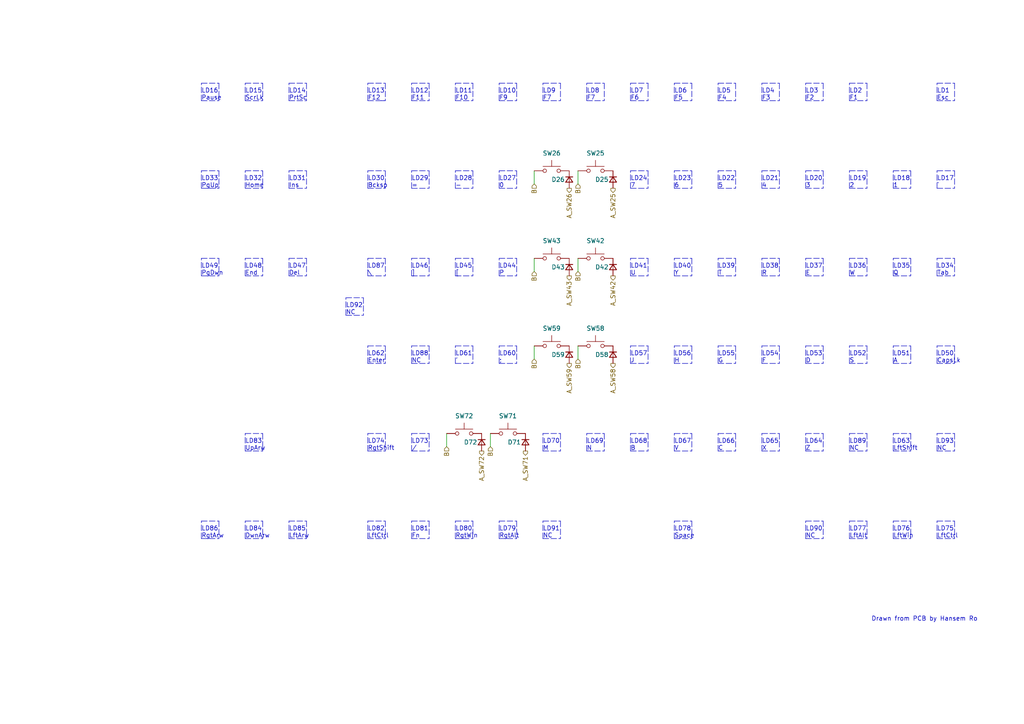
<source format=kicad_sch>
(kicad_sch (version 20211123) (generator eeschema)
  (paper "A4")
  (lib_symbols
    (symbol "Device:D_Small" (pin_numbers hide) (pin_names (offset 0.254) hide)
      (property "Reference" "D" (at -1.27 2.032 0))
      (property "Value" "D_Small" (at -3.81 -2.032 0))
      (symbol "D_Small_0_1"
        (polyline (pts (xy -0.762 -1.016) (xy -0.762 1.016)) (stroke (width 0.254)))
        (polyline (pts (xy -0.762 0) (xy 0.762 0)))
        (polyline (pts (xy 0.762 -1.016) (xy -0.762 0) (xy 0.762 1.016) (xy 0.762 -1.016)) (stroke (width 0.254)))
      )
      (symbol "D_Small_1_1"
        (pin passive line (at -2.54 0 0) (length 1.778) (name "K") (number "1"))
        (pin passive line (at 2.54 0 180) (length 1.778) (name "A") (number "2"))
      )
    )
    (symbol "Switch:SW_Push" (pin_numbers hide) (pin_names (offset 1.016) hide)
      (property "Reference" "SW" (at 1.27 2.54 0))
      (property "Value" "SW_Push" (at 0 -1.524 0))
      (symbol "SW_Push_0_1"
        (circle (center -2.032 0) (radius 0.508))
        (polyline (pts (xy 0 1.27) (xy 0 3.048)))
        (polyline (pts (xy 2.54 1.27) (xy -2.54 1.27)))
        (circle (center 2.032 0) (radius 0.508))
        (pin passive line (at -5.08 0 0) (length 2.54) (name "1") (number "1"))
        (pin passive line (at 5.08 0 180) (length 2.54) (name "2") (number "2"))
      )
    )
  )
  (polyline (pts (xy 226.06 125.73) (xy 226.06 130.81)))
  (polyline (pts (xy 119.38 156.21) (xy 124.46 156.21)))
  (polyline (pts (xy 276.86 151.13) (xy 276.86 156.21)))
  (polyline (pts (xy 271.78 151.13) (xy 276.86 151.13)))
  (polyline (pts (xy 259.08 49.53) (xy 264.16 49.53)))
  (polyline (pts (xy 220.98 24.13) (xy 226.06 24.13)))
  (polyline (pts (xy 226.06 49.53) (xy 226.06 54.61)))
  (polyline (pts (xy 187.96 100.33) (xy 187.96 105.41)))
  (polyline (pts (xy 271.78 80.01) (xy 276.86 80.01)))
  (polyline (pts (xy 157.48 151.13) (xy 162.56 151.13)))
  (polyline (pts (xy 83.82 54.61) (xy 83.82 49.53)))
  (polyline (pts (xy 170.18 130.81) (xy 175.26 130.81)))
  (polyline (pts (xy 259.08 105.41) (xy 264.16 105.41)))
  (polyline (pts (xy 264.16 151.13) (xy 264.16 156.21)))
  (polyline (pts (xy 106.68 125.73) (xy 111.76 125.73)))
  (polyline (pts (xy 233.68 54.61) (xy 238.76 54.61)))
  (polyline (pts (xy 119.38 80.01) (xy 124.46 80.01)))
  (polyline (pts (xy 259.08 80.01) (xy 264.16 80.01)))
  (polyline (pts (xy 271.78 80.01) (xy 271.78 74.93)))
  (polyline (pts (xy 106.68 105.41) (xy 111.76 105.41)))
  (polyline (pts (xy 132.08 100.33) (xy 137.16 100.33)))
  (polyline (pts (xy 195.58 125.73) (xy 200.66 125.73)))
  (polyline (pts (xy 200.66 49.53) (xy 200.66 54.61)))
  (polyline (pts (xy 137.16 24.13) (xy 137.16 29.21)))
  (polyline (pts (xy 195.58 80.01) (xy 195.58 74.93)))
  (polyline (pts (xy 195.58 105.41) (xy 200.66 105.41)))
  (polyline (pts (xy 119.38 151.13) (xy 124.46 151.13)))
  (polyline (pts (xy 208.28 105.41) (xy 213.36 105.41)))
  (polyline (pts (xy 170.18 29.21) (xy 170.18 24.13)))
  (polyline (pts (xy 246.38 80.01) (xy 251.46 80.01)))
  (polyline (pts (xy 157.48 24.13) (xy 162.56 24.13)))
  (polyline (pts (xy 132.08 24.13) (xy 137.16 24.13)))
  (polyline (pts (xy 220.98 49.53) (xy 226.06 49.53)))
  (polyline (pts (xy 208.28 130.81) (xy 213.36 130.81)))
  (polyline (pts (xy 195.58 54.61) (xy 195.58 49.53)))
  (polyline (pts (xy 170.18 29.21) (xy 175.26 29.21)))
  (polyline (pts (xy 195.58 130.81) (xy 195.58 125.73)))
  (polyline (pts (xy 132.08 105.41) (xy 137.16 105.41)))
  (polyline (pts (xy 182.88 54.61) (xy 182.88 49.53)))
  (polyline (pts (xy 246.38 49.53) (xy 251.46 49.53)))
  (polyline (pts (xy 182.88 105.41) (xy 187.96 105.41)))
  (polyline (pts (xy 144.78 80.01) (xy 149.86 80.01)))
  (polyline (pts (xy 157.48 130.81) (xy 157.48 125.73)))
  (polyline (pts (xy 271.78 24.13) (xy 276.86 24.13)))
  (polyline (pts (xy 88.9 74.93) (xy 88.9 80.01)))
  (polyline (pts (xy 149.86 49.53) (xy 149.86 54.61)))
  (polyline (pts (xy 251.46 125.73) (xy 251.46 130.81)))
  (polyline (pts (xy 233.68 151.13) (xy 238.76 151.13)))
  (polyline (pts (xy 208.28 130.81) (xy 208.28 125.73)))
  (polyline (pts (xy 106.68 54.61) (xy 106.68 49.53)))
  (polyline (pts (xy 271.78 105.41) (xy 276.86 105.41)))
  (polyline (pts (xy 195.58 130.81) (xy 200.66 130.81)))
  (polyline (pts (xy 132.08 74.93) (xy 137.16 74.93)))
  (polyline (pts (xy 208.28 29.21) (xy 213.36 29.21)))
  (polyline (pts (xy 233.68 49.53) (xy 238.76 49.53)))
  (polyline (pts (xy 144.78 80.01) (xy 144.78 74.93)))
  (polyline (pts (xy 106.68 29.21) (xy 106.68 24.13)))
  (polyline (pts (xy 276.86 24.13) (xy 276.86 29.21)))
  (polyline (pts (xy 246.38 54.61) (xy 251.46 54.61)))
  (polyline (pts (xy 88.9 24.13) (xy 88.9 29.21)))
  (polyline (pts (xy 233.68 29.21) (xy 238.76 29.21)))
  (polyline (pts (xy 213.36 125.73) (xy 213.36 130.81)))
  (polyline (pts (xy 58.42 29.21) (xy 63.5 29.21)))
  (polyline (pts (xy 233.68 54.61) (xy 233.68 49.53)))
  (polyline (pts (xy 58.42 151.13) (xy 63.5 151.13)))
  (polyline (pts (xy 208.28 24.13) (xy 213.36 24.13)))
  (polyline (pts (xy 76.2 125.73) (xy 76.2 130.81)))
  (polyline (pts (xy 137.16 74.93) (xy 137.16 80.01)))
  (polyline (pts (xy 71.12 54.61) (xy 76.2 54.61)))
  (polyline (pts (xy 213.36 49.53) (xy 213.36 54.61)))
  (polyline (pts (xy 233.68 74.93) (xy 238.76 74.93)))
  (polyline (pts (xy 259.08 130.81) (xy 259.08 125.73)))
  (polyline (pts (xy 220.98 105.41) (xy 220.98 100.33)))
  (polyline (pts (xy 124.46 125.73) (xy 124.46 130.81)))
  (polyline (pts (xy 106.68 80.01) (xy 106.68 74.93)))
  (polyline (pts (xy 124.46 74.93) (xy 124.46 80.01)))
  (polyline (pts (xy 105.41 86.36) (xy 105.41 91.44)))
  (polyline (pts (xy 259.08 156.21) (xy 259.08 151.13)))
  (polyline (pts (xy 200.66 125.73) (xy 200.66 130.81)))
  (polyline (pts (xy 88.9 49.53) (xy 88.9 54.61)))
  (polyline (pts (xy 238.76 151.13) (xy 238.76 156.21)))
  (polyline (pts (xy 246.38 29.21) (xy 251.46 29.21)))
  (polyline (pts (xy 220.98 105.41) (xy 226.06 105.41)))
  (wire (pts (xy 129.54 125.73) (xy 129.54 129.54)))
  (polyline (pts (xy 246.38 105.41) (xy 251.46 105.41)))
  (polyline (pts (xy 58.42 24.13) (xy 63.5 24.13)))
  (polyline (pts (xy 100.33 86.36) (xy 105.41 86.36)))
  (polyline (pts (xy 271.78 130.81) (xy 271.78 125.73)))
  (polyline (pts (xy 111.76 24.13) (xy 111.76 29.21)))
  (polyline (pts (xy 170.18 130.81) (xy 170.18 125.73)))
  (polyline (pts (xy 238.76 74.93) (xy 238.76 80.01)))
  (polyline (pts (xy 106.68 80.01) (xy 111.76 80.01)))
  (polyline (pts (xy 144.78 54.61) (xy 149.86 54.61)))
  (polyline (pts (xy 271.78 54.61) (xy 276.86 54.61)))
  (polyline (pts (xy 124.46 24.13) (xy 124.46 29.21)))
  (polyline (pts (xy 124.46 49.53) (xy 124.46 54.61)))
  (polyline (pts (xy 71.12 125.73) (xy 76.2 125.73)))
  (polyline (pts (xy 76.2 74.93) (xy 76.2 80.01)))
  (polyline (pts (xy 157.48 156.21) (xy 162.56 156.21)))
  (polyline (pts (xy 182.88 29.21) (xy 187.96 29.21)))
  (polyline (pts (xy 208.28 49.53) (xy 213.36 49.53)))
  (polyline (pts (xy 76.2 24.13) (xy 76.2 29.21)))
  (polyline (pts (xy 132.08 54.61) (xy 132.08 49.53)))
  (polyline (pts (xy 144.78 49.53) (xy 149.86 49.53)))
  (polyline (pts (xy 276.86 74.93) (xy 276.86 80.01)))
  (polyline (pts (xy 187.96 74.93) (xy 187.96 80.01)))
  (polyline (pts (xy 132.08 49.53) (xy 137.16 49.53)))
  (polyline (pts (xy 83.82 151.13) (xy 88.9 151.13)))
  (polyline (pts (xy 251.46 74.93) (xy 251.46 80.01)))
  (polyline (pts (xy 149.86 74.93) (xy 149.86 80.01)))
  (polyline (pts (xy 200.66 74.93) (xy 200.66 80.01)))
  (polyline (pts (xy 71.12 130.81) (xy 76.2 130.81)))
  (polyline (pts (xy 119.38 100.33) (xy 124.46 100.33)))
  (polyline (pts (xy 111.76 29.21) (xy 110.49 29.21)))
  (polyline (pts (xy 71.12 49.53) (xy 76.2 49.53)))
  (polyline (pts (xy 58.42 74.93) (xy 63.5 74.93)))
  (polyline (pts (xy 71.12 156.21) (xy 76.2 156.21)))
  (polyline (pts (xy 195.58 156.21) (xy 195.58 151.13)))
  (polyline (pts (xy 208.28 74.93) (xy 213.36 74.93)))
  (polyline (pts (xy 246.38 156.21) (xy 246.38 151.13)))
  (polyline (pts (xy 233.68 80.01) (xy 233.68 74.93)))
  (polyline (pts (xy 157.48 29.21) (xy 157.48 24.13)))
  (polyline (pts (xy 182.88 74.93) (xy 187.96 74.93)))
  (polyline (pts (xy 83.82 156.21) (xy 88.9 156.21)))
  (polyline (pts (xy 233.68 125.73) (xy 238.76 125.73)))
  (polyline (pts (xy 246.38 74.93) (xy 251.46 74.93)))
  (polyline (pts (xy 195.58 74.93) (xy 200.66 74.93)))
  (polyline (pts (xy 106.68 105.41) (xy 106.68 100.33)))
  (polyline (pts (xy 220.98 80.01) (xy 220.98 74.93)))
  (polyline (pts (xy 132.08 29.21) (xy 132.08 24.13)))
  (polyline (pts (xy 111.76 74.93) (xy 111.76 80.01)))
  (polyline (pts (xy 271.78 74.93) (xy 276.86 74.93)))
  (polyline (pts (xy 195.58 49.53) (xy 200.66 49.53)))
  (polyline (pts (xy 71.12 29.21) (xy 71.12 24.13)))
  (polyline (pts (xy 246.38 125.73) (xy 251.46 125.73)))
  (polyline (pts (xy 58.42 29.21) (xy 58.42 24.13)))
  (polyline (pts (xy 106.68 151.13) (xy 111.76 151.13)))
  (polyline (pts (xy 106.68 156.21) (xy 111.76 156.21)))
  (polyline (pts (xy 137.16 151.13) (xy 137.16 156.21)))
  (polyline (pts (xy 271.78 100.33) (xy 276.86 100.33)))
  (polyline (pts (xy 71.12 54.61) (xy 71.12 49.53)))
  (polyline (pts (xy 208.28 80.01) (xy 208.28 74.93)))
  (polyline (pts (xy 119.38 105.41) (xy 119.38 100.33)))
  (polyline (pts (xy 226.06 100.33) (xy 226.06 105.41)))
  (polyline (pts (xy 83.82 74.93) (xy 88.9 74.93)))
  (polyline (pts (xy 157.48 29.21) (xy 162.56 29.21)))
  (polyline (pts (xy 182.88 130.81) (xy 187.96 130.81)))
  (polyline (pts (xy 238.76 125.73) (xy 238.76 130.81)))
  (polyline (pts (xy 170.18 24.13) (xy 175.26 24.13)))
  (polyline (pts (xy 233.68 100.33) (xy 238.76 100.33)))
  (polyline (pts (xy 200.66 151.13) (xy 200.66 156.21)))
  (polyline (pts (xy 157.48 125.73) (xy 162.56 125.73)))
  (polyline (pts (xy 144.78 29.21) (xy 149.86 29.21)))
  (polyline (pts (xy 271.78 54.61) (xy 271.78 49.53)))
  (polyline (pts (xy 88.9 151.13) (xy 88.9 156.21)))
  (polyline (pts (xy 83.82 54.61) (xy 88.9 54.61)))
  (wire (pts (xy 154.94 49.53) (xy 154.94 53.34)))
  (polyline (pts (xy 170.18 125.73) (xy 175.26 125.73)))
  (polyline (pts (xy 271.78 156.21) (xy 271.78 151.13)))
  (polyline (pts (xy 58.42 49.53) (xy 63.5 49.53)))
  (polyline (pts (xy 271.78 29.21) (xy 276.86 29.21)))
  (polyline (pts (xy 106.68 130.81) (xy 111.76 130.81)))
  (polyline (pts (xy 63.5 151.13) (xy 63.5 156.21)))
  (polyline (pts (xy 246.38 130.81) (xy 246.38 125.73)))
  (polyline (pts (xy 251.46 49.53) (xy 251.46 54.61)))
  (polyline (pts (xy 71.12 29.21) (xy 76.2 29.21)))
  (polyline (pts (xy 246.38 130.81) (xy 251.46 130.81)))
  (polyline (pts (xy 200.66 100.33) (xy 200.66 105.41)))
  (polyline (pts (xy 187.96 125.73) (xy 187.96 130.81)))
  (polyline (pts (xy 271.78 130.81) (xy 276.86 130.81)))
  (polyline (pts (xy 233.68 156.21) (xy 233.68 151.13)))
  (polyline (pts (xy 220.98 54.61) (xy 220.98 49.53)))
  (polyline (pts (xy 162.56 151.13) (xy 162.56 156.21)))
  (polyline (pts (xy 63.5 74.93) (xy 63.5 80.01)))
  (polyline (pts (xy 182.88 125.73) (xy 187.96 125.73)))
  (polyline (pts (xy 271.78 29.21) (xy 271.78 24.13)))
  (polyline (pts (xy 132.08 151.13) (xy 137.16 151.13)))
  (polyline (pts (xy 149.86 24.13) (xy 149.86 29.21)))
  (polyline (pts (xy 124.46 151.13) (xy 124.46 156.21)))
  (polyline (pts (xy 58.42 80.01) (xy 58.42 74.93)))
  (polyline (pts (xy 182.88 49.53) (xy 187.96 49.53)))
  (polyline (pts (xy 187.96 24.13) (xy 187.96 29.21)))
  (polyline (pts (xy 200.66 24.13) (xy 200.66 29.21)))
  (polyline (pts (xy 58.42 54.61) (xy 58.42 49.53)))
  (polyline (pts (xy 195.58 156.21) (xy 200.66 156.21)))
  (polyline (pts (xy 220.98 74.93) (xy 226.06 74.93)))
  (polyline (pts (xy 83.82 80.01) (xy 88.9 80.01)))
  (polyline (pts (xy 220.98 125.73) (xy 226.06 125.73)))
  (polyline (pts (xy 195.58 54.61) (xy 200.66 54.61)))
  (polyline (pts (xy 137.16 100.33) (xy 137.16 105.41)))
  (polyline (pts (xy 106.68 156.21) (xy 106.68 151.13)))
  (polyline (pts (xy 58.42 156.21) (xy 63.5 156.21)))
  (polyline (pts (xy 233.68 80.01) (xy 238.76 80.01)))
  (polyline (pts (xy 259.08 125.73) (xy 264.16 125.73)))
  (polyline (pts (xy 132.08 80.01) (xy 137.16 80.01)))
  (polyline (pts (xy 182.88 54.61) (xy 187.96 54.61)))
  (polyline (pts (xy 71.12 24.13) (xy 76.2 24.13)))
  (polyline (pts (xy 124.46 100.33) (xy 124.46 105.41)))
  (polyline (pts (xy 63.5 24.13) (xy 63.5 29.21)))
  (polyline (pts (xy 246.38 80.01) (xy 246.38 74.93)))
  (polyline (pts (xy 220.98 29.21) (xy 220.98 24.13)))
  (polyline (pts (xy 182.88 80.01) (xy 187.96 80.01)))
  (polyline (pts (xy 182.88 100.33) (xy 187.96 100.33)))
  (polyline (pts (xy 195.58 100.33) (xy 200.66 100.33)))
  (polyline (pts (xy 182.88 24.13) (xy 187.96 24.13)))
  (polyline (pts (xy 162.56 125.73) (xy 162.56 130.81)))
  (polyline (pts (xy 264.16 100.33) (xy 264.16 105.41)))
  (polyline (pts (xy 106.68 74.93) (xy 111.76 74.93)))
  (polyline (pts (xy 144.78 156.21) (xy 144.78 151.13)))
  (polyline (pts (xy 233.68 29.21) (xy 233.68 24.13)))
  (polyline (pts (xy 246.38 105.41) (xy 246.38 100.33)))
  (polyline (pts (xy 71.12 80.01) (xy 71.12 74.93)))
  (polyline (pts (xy 208.28 125.73) (xy 213.36 125.73)))
  (polyline (pts (xy 106.68 49.53) (xy 111.76 49.53)))
  (polyline (pts (xy 271.78 105.41) (xy 271.78 100.33)))
  (polyline (pts (xy 264.16 74.93) (xy 264.16 80.01)))
  (wire (pts (xy 167.64 100.33) (xy 167.64 104.14)))
  (polyline (pts (xy 106.68 29.21) (xy 111.76 29.21)))
  (polyline (pts (xy 106.68 54.61) (xy 111.76 54.61)))
  (polyline (pts (xy 76.2 49.53) (xy 76.2 54.61)))
  (polyline (pts (xy 233.68 130.81) (xy 233.68 125.73)))
  (polyline (pts (xy 132.08 156.21) (xy 132.08 151.13)))
  (polyline (pts (xy 238.76 24.13) (xy 238.76 29.21)))
  (polyline (pts (xy 58.42 54.61) (xy 63.5 54.61)))
  (polyline (pts (xy 144.78 156.21) (xy 149.86 156.21)))
  (polyline (pts (xy 238.76 49.53) (xy 238.76 54.61)))
  (polyline (pts (xy 119.38 24.13) (xy 124.46 24.13)))
  (polyline (pts (xy 259.08 130.81) (xy 264.16 130.81)))
  (polyline (pts (xy 195.58 24.13) (xy 200.66 24.13)))
  (polyline (pts (xy 271.78 156.21) (xy 276.86 156.21)))
  (polyline (pts (xy 144.78 24.13) (xy 149.86 24.13)))
  (polyline (pts (xy 259.08 151.13) (xy 264.16 151.13)))
  (polyline (pts (xy 220.98 80.01) (xy 226.06 80.01)))
  (polyline (pts (xy 76.2 151.13) (xy 76.2 156.21)))
  (polyline (pts (xy 259.08 54.61) (xy 264.16 54.61)))
  (polyline (pts (xy 182.88 29.21) (xy 182.88 24.13)))
  (polyline (pts (xy 144.78 54.61) (xy 144.78 49.53)))
  (polyline (pts (xy 220.98 100.33) (xy 226.06 100.33)))
  (polyline (pts (xy 195.58 80.01) (xy 200.66 80.01)))
  (polyline (pts (xy 119.38 29.21) (xy 119.38 24.13)))
  (polyline (pts (xy 119.38 54.61) (xy 124.46 54.61)))
  (wire (pts (xy 167.64 74.93) (xy 167.64 78.74)))
  (polyline (pts (xy 246.38 156.21) (xy 251.46 156.21)))
  (polyline (pts (xy 119.38 54.61) (xy 119.38 49.53)))
  (polyline (pts (xy 83.82 156.21) (xy 83.82 151.13)))
  (polyline (pts (xy 195.58 29.21) (xy 200.66 29.21)))
  (polyline (pts (xy 111.76 100.33) (xy 111.76 105.41)))
  (polyline (pts (xy 251.46 100.33) (xy 251.46 105.41)))
  (wire (pts (xy 154.94 100.33) (xy 154.94 104.14)))
  (polyline (pts (xy 83.82 49.53) (xy 88.9 49.53)))
  (polyline (pts (xy 233.68 24.13) (xy 238.76 24.13)))
  (polyline (pts (xy 111.76 49.53) (xy 111.76 54.61)))
  (polyline (pts (xy 246.38 151.13) (xy 251.46 151.13)))
  (polyline (pts (xy 259.08 80.01) (xy 259.08 74.93)))
  (polyline (pts (xy 233.68 105.41) (xy 233.68 100.33)))
  (polyline (pts (xy 58.42 80.01) (xy 63.5 80.01)))
  (polyline (pts (xy 132.08 156.21) (xy 137.16 156.21)))
  (polyline (pts (xy 144.78 100.33) (xy 149.86 100.33)))
  (polyline (pts (xy 213.36 24.13) (xy 213.36 29.21)))
  (polyline (pts (xy 144.78 105.41) (xy 149.86 105.41)))
  (polyline (pts (xy 119.38 74.93) (xy 124.46 74.93)))
  (polyline (pts (xy 182.88 80.01) (xy 182.88 74.93)))
  (polyline (pts (xy 246.38 24.13) (xy 251.46 24.13)))
  (polyline (pts (xy 246.38 54.61) (xy 246.38 49.53)))
  (polyline (pts (xy 276.86 100.33) (xy 276.86 105.41)))
  (polyline (pts (xy 213.36 100.33) (xy 213.36 105.41)))
  (polyline (pts (xy 149.86 151.13) (xy 149.86 156.21)))
  (polyline (pts (xy 119.38 156.21) (xy 119.38 151.13)))
  (polyline (pts (xy 271.78 125.73) (xy 276.86 125.73)))
  (polyline (pts (xy 208.28 54.61) (xy 213.36 54.61)))
  (polyline (pts (xy 83.82 29.21) (xy 83.82 24.13)))
  (polyline (pts (xy 157.48 130.81) (xy 162.56 130.81)))
  (polyline (pts (xy 195.58 151.13) (xy 200.66 151.13)))
  (polyline (pts (xy 175.26 125.73) (xy 175.26 130.81)))
  (polyline (pts (xy 220.98 130.81) (xy 226.06 130.81)))
  (polyline (pts (xy 71.12 151.13) (xy 76.2 151.13)))
  (polyline (pts (xy 182.88 130.81) (xy 182.88 125.73)))
  (polyline (pts (xy 220.98 29.21) (xy 226.06 29.21)))
  (polyline (pts (xy 132.08 54.61) (xy 137.16 54.61)))
  (polyline (pts (xy 144.78 105.41) (xy 144.78 100.33)))
  (polyline (pts (xy 119.38 29.21) (xy 124.46 29.21)))
  (polyline (pts (xy 259.08 100.33) (xy 264.16 100.33)))
  (polyline (pts (xy 106.68 100.33) (xy 111.76 100.33)))
  (polyline (pts (xy 144.78 151.13) (xy 149.86 151.13)))
  (polyline (pts (xy 119.38 130.81) (xy 124.46 130.81)))
  (polyline (pts (xy 119.38 125.73) (xy 124.46 125.73)))
  (polyline (pts (xy 111.76 151.13) (xy 111.76 156.21)))
  (polyline (pts (xy 233.68 130.81) (xy 238.76 130.81)))
  (polyline (pts (xy 208.28 29.21) (xy 208.28 24.13)))
  (polyline (pts (xy 259.08 54.61) (xy 259.08 49.53)))
  (polyline (pts (xy 157.48 156.21) (xy 157.48 151.13)))
  (polyline (pts (xy 251.46 24.13) (xy 251.46 29.21)))
  (polyline (pts (xy 187.96 49.53) (xy 187.96 54.61)))
  (polyline (pts (xy 246.38 29.21) (xy 246.38 24.13)))
  (polyline (pts (xy 132.08 105.41) (xy 132.08 100.33)))
  (polyline (pts (xy 119.38 49.53) (xy 124.46 49.53)))
  (polyline (pts (xy 71.12 156.21) (xy 71.12 151.13)))
  (polyline (pts (xy 226.06 24.13) (xy 226.06 29.21)))
  (polyline (pts (xy 259.08 156.21) (xy 264.16 156.21)))
  (polyline (pts (xy 220.98 130.81) (xy 220.98 125.73)))
  (polyline (pts (xy 238.76 100.33) (xy 238.76 105.41)))
  (polyline (pts (xy 119.38 105.41) (xy 124.46 105.41)))
  (polyline (pts (xy 264.16 125.73) (xy 264.16 130.81)))
  (polyline (pts (xy 233.68 105.41) (xy 238.76 105.41)))
  (polyline (pts (xy 208.28 100.33) (xy 213.36 100.33)))
  (wire (pts (xy 154.94 74.93) (xy 154.94 78.74)))
  (polyline (pts (xy 71.12 74.93) (xy 76.2 74.93)))
  (polyline (pts (xy 251.46 151.13) (xy 251.46 156.21)))
  (polyline (pts (xy 71.12 130.81) (xy 71.12 125.73)))
  (polyline (pts (xy 83.82 80.01) (xy 83.82 74.93)))
  (polyline (pts (xy 119.38 80.01) (xy 119.38 74.93)))
  (polyline (pts (xy 276.86 49.53) (xy 276.86 54.61)))
  (polyline (pts (xy 119.38 130.81) (xy 119.38 125.73)))
  (polyline (pts (xy 132.08 80.01) (xy 132.08 74.93)))
  (polyline (pts (xy 195.58 105.41) (xy 195.58 100.33)))
  (polyline (pts (xy 259.08 74.93) (xy 264.16 74.93)))
  (polyline (pts (xy 83.82 29.21) (xy 88.9 29.21)))
  (wire (pts (xy 167.64 49.53) (xy 167.64 53.34)))
  (polyline (pts (xy 100.33 91.44) (xy 100.33 86.36)))
  (polyline (pts (xy 58.42 156.21) (xy 58.42 151.13)))
  (polyline (pts (xy 106.68 130.81) (xy 106.68 125.73)))
  (polyline (pts (xy 233.68 156.21) (xy 238.76 156.21)))
  (polyline (pts (xy 175.26 24.13) (xy 175.26 29.21)))
  (wire (pts (xy 142.24 125.73) (xy 142.24 129.54)))
  (polyline (pts (xy 220.98 54.61) (xy 226.06 54.61)))
  (polyline (pts (xy 208.28 80.01) (xy 213.36 80.01)))
  (polyline (pts (xy 246.38 100.33) (xy 251.46 100.33)))
  (polyline (pts (xy 195.58 29.21) (xy 195.58 24.13)))
  (polyline (pts (xy 208.28 54.61) (xy 208.28 49.53)))
  (polyline (pts (xy 271.78 49.53) (xy 276.86 49.53)))
  (polyline (pts (xy 83.82 24.13) (xy 88.9 24.13)))
  (polyline (pts (xy 149.86 100.33) (xy 149.86 105.41)))
  (polyline (pts (xy 63.5 49.53) (xy 63.5 54.61)))
  (polyline (pts (xy 226.06 74.93) (xy 226.06 80.01)))
  (polyline (pts (xy 100.33 91.44) (xy 105.41 91.44)))
  (polyline (pts (xy 111.76 125.73) (xy 111.76 130.81)))
  (polyline (pts (xy 162.56 24.13) (xy 162.56 29.21)))
  (polyline (pts (xy 137.16 49.53) (xy 137.16 54.61)))
  (polyline (pts (xy 144.78 29.21) (xy 144.78 24.13)))
  (polyline (pts (xy 259.08 105.41) (xy 259.08 100.33)))
  (polyline (pts (xy 106.68 24.13) (xy 111.76 24.13)))
  (polyline (pts (xy 182.88 105.41) (xy 182.88 100.33)))
  (polyline (pts (xy 276.86 125.73) (xy 276.86 130.81)))
  (polyline (pts (xy 132.08 29.21) (xy 137.16 29.21)))
  (polyline (pts (xy 264.16 49.53) (xy 264.16 54.61)))
  (polyline (pts (xy 144.78 74.93) (xy 149.86 74.93)))
  (polyline (pts (xy 213.36 74.93) (xy 213.36 80.01)))
  (polyline (pts (xy 71.12 80.01) (xy 76.2 80.01)))
  (polyline (pts (xy 208.28 105.41) (xy 208.28 100.33)))
  (text "LD31\nIns" (at 83.82 54.61 0) (effects (font (size 1.27 1.27)) (justify left bottom)))
  (text "LD13\nF12" (at 106.68 29.21 0) (effects (font (size 1.27 1.27)) (justify left bottom)))
  (text "LD20\n3" (at 233.68 54.61 0) (effects (font (size 1.27 1.27)) (justify left bottom)))
  (text "LD67\nV" (at 195.58 130.81 0) (effects (font (size 1.27 1.27)) (justify left bottom)))
  (text "LD73\n/" (at 119.38 130.81 0) (effects (font (size 1.27 1.27)) (justify left bottom)))
  (text "LD55\nG" (at 208.28 105.41 0) (effects (font (size 1.27 1.27)) (justify left bottom)))
  (text "LD88\nNC" (at 119.38 105.41 0) (effects (font (size 1.27 1.27)) (justify left bottom)))
  (text "LD65\nX" (at 220.98 130.81 0) (effects (font (size 1.27 1.27)) (justify left bottom)))
  (text "LD32\nHome" (at 71.12 54.61 0) (effects (font (size 1.27 1.27)) (justify left bottom)))
  (text "LD54\nF" (at 220.98 105.41 0) (effects (font (size 1.27 1.27)) (justify left bottom)))
  (text "LD10\nF9" (at 144.78 29.21 0) (effects (font (size 1.27 1.27)) (justify left bottom)))
  (text "LD64\nZ" (at 233.68 130.81 0) (effects (font (size 1.27 1.27)) (justify left bottom)))
  (text "LD87\n\\" (at 106.68 80.01 0) (effects (font (size 1.27 1.27)) (justify left bottom)))
  (text "LD27\n0" (at 144.78 54.61 0) (effects (font (size 1.27 1.27)) (justify left bottom)))
  (text "LD66\nC" (at 208.28 130.81 0) (effects (font (size 1.27 1.27)) (justify left bottom)))
  (text "LD56\nH" (at 195.58 105.41 0) (effects (font (size 1.27 1.27)) (justify left bottom)))
  (text "LD11\nF10" (at 132.08 29.21 0) (effects (font (size 1.27 1.27)) (justify left bottom)))
  (text "LD19\n2" (at 246.38 54.61 0) (effects (font (size 1.27 1.27)) (justify left bottom)))
  (text "LD60\n;" (at 144.78 105.41 0) (effects (font (size 1.27 1.27)) (justify left bottom)))
  (text "LD79\nRgtAlt" (at 144.78 156.21 0) (effects (font (size 1.27 1.27)) (justify left bottom)))
  (text "LD30\nBcksp" (at 106.68 54.61 0) (effects (font (size 1.27 1.27)) (justify left bottom)))
  (text "LD24\n7" (at 182.88 54.61 0) (effects (font (size 1.27 1.27)) (justify left bottom)))
  (text "LD36\nW" (at 246.38 80.01 0) (effects (font (size 1.27 1.27)) (justify left bottom)))
  (text "LD51\nA" (at 259.08 105.41 0) (effects (font (size 1.27 1.27)) (justify left bottom)))
  (text "LD35\nQ" (at 259.08 80.01 0) (effects (font (size 1.27 1.27)) (justify left bottom)))
  (text "LD4\nF3" (at 220.98 29.21 0) (effects (font (size 1.27 1.27)) (justify left bottom)))
  (text "LD15\nScrLk" (at 71.12 29.21 0) (effects (font (size 1.27 1.27)) (justify left bottom)))
  (text "LD57\nJ" (at 182.88 105.41 0) (effects (font (size 1.27 1.27)) (justify left bottom)))
  (text "LD40\nY" (at 195.58 80.01 0) (effects (font (size 1.27 1.27)) (justify left bottom)))
  (text "LD74\nRgtShift" (at 106.68 130.81 0) (effects (font (size 1.27 1.27)) (justify left bottom)))
  (text "LD6\nF5" (at 195.58 29.21 0) (effects (font (size 1.27 1.27)) (justify left bottom)))
  (text "LD80\nRgtWin" (at 132.08 156.21 0) (effects (font (size 1.27 1.27)) (justify left bottom)))
  (text "LD50\nCapsLk" (at 271.78 105.41 0) (effects (font (size 1.27 1.27)) (justify left bottom)))
  (text "LD70\nM" (at 157.48 130.81 0) (effects (font (size 1.27 1.27)) (justify left bottom)))
  (text "LD38\nR" (at 220.98 80.01 0) (effects (font (size 1.27 1.27)) (justify left bottom)))
  (text "LD7\nF6" (at 182.88 29.21 0) (effects (font (size 1.27 1.27)) (justify left bottom)))
  (text "LD9\nF7" (at 157.48 29.21 0) (effects (font (size 1.27 1.27)) (justify left bottom)))
  (text "LD84\nDwnArw" (at 71.12 156.21 0) (effects (font (size 1.27 1.27)) (justify left bottom)))
  (text "Drawn from PCB by Hansem Ro" (at 252.73 180.34 0) (effects (font (size 1.27 1.27)) (justify left bottom)))
  (text "LD17\n`" (at 271.78 54.61 0) (effects (font (size 1.27 1.27)) (justify left bottom)))
  (text "LD41\nU" (at 182.88 80.01 0) (effects (font (size 1.27 1.27)) (justify left bottom)))
  (text "LD68\nB" (at 182.88 130.81 0) (effects (font (size 1.27 1.27)) (justify left bottom)))
  (text "LD63\nLftShift" (at 259.08 130.81 0) (effects (font (size 1.27 1.27)) (justify left bottom)))
  (text "LD90\nNC" (at 233.68 156.21 0) (effects (font (size 1.27 1.27)) (justify left bottom)))
  (text "LD18\n1" (at 259.08 54.61 0) (effects (font (size 1.27 1.27)) (justify left bottom)))
  (text "LD48\nEnd" (at 71.12 80.01 0) (effects (font (size 1.27 1.27)) (justify left bottom)))
  (text "LD12\nF11" (at 119.38 29.21 0) (effects (font (size 1.27 1.27)) (justify left bottom)))
  (text "LD76\nLftWin" (at 259.08 156.21 0) (effects (font (size 1.27 1.27)) (justify left bottom)))
  (text "LD46\n]" (at 119.38 80.01 0) (effects (font (size 1.27 1.27)) (justify left bottom)))
  (text "LD86\nRgtArw" (at 58.42 156.21 0) (effects (font (size 1.27 1.27)) (justify left bottom)))
  (text "LD29\n=" (at 119.38 54.61 0) (effects (font (size 1.27 1.27)) (justify left bottom)))
  (text "LD37\nE" (at 233.68 80.01 0) (effects (font (size 1.27 1.27)) (justify left bottom)))
  (text "LD89\nNC" (at 246.38 130.81 0) (effects (font (size 1.27 1.27)) (justify left bottom)))
  (text "LD5\nF4" (at 208.28 29.21 0) (effects (font (size 1.27 1.27)) (justify left bottom)))
  (text "LD49\nPgDwn" (at 58.42 80.01 0) (effects (font (size 1.27 1.27)) (justify left bottom)))
  (text "LD14\nPrtSc" (at 83.82 29.21 0) (effects (font (size 1.27 1.27)) (justify left bottom)))
  (text "LD44\nP" (at 144.78 80.01 0) (effects (font (size 1.27 1.27)) (justify left bottom)))
  (text "LD21\n4" (at 220.98 54.61 0) (effects (font (size 1.27 1.27)) (justify left bottom)))
  (text "LD3\nF2" (at 233.68 29.21 0) (effects (font (size 1.27 1.27)) (justify left bottom)))
  (text "LD69\nN" (at 170.18 130.81 0) (effects (font (size 1.27 1.27)) (justify left bottom)))
  (text "LD82\nLftCtrl" (at 106.68 156.21 0) (effects (font (size 1.27 1.27)) (justify left bottom)))
  (text "LD28\n-" (at 132.08 54.61 0) (effects (font (size 1.27 1.27)) (justify left bottom)))
  (text "LD1\nEsc" (at 271.78 29.21 0) (effects (font (size 1.27 1.27)) (justify left bottom)))
  (text "LD81\nFn" (at 119.38 156.21 0) (effects (font (size 1.27 1.27)) (justify left bottom)))
  (text "LD39\nT" (at 208.28 80.01 0) (effects (font (size 1.27 1.27)) (justify left bottom)))
  (text "LD45\n[" (at 132.08 80.01 0) (effects (font (size 1.27 1.27)) (justify left bottom)))
  (text "LD93\nNC" (at 271.78 130.81 0) (effects (font (size 1.27 1.27)) (justify left bottom)))
  (text "LD47\nDel" (at 83.82 80.01 0) (effects (font (size 1.27 1.27)) (justify left bottom)))
  (text "LD52\nS" (at 246.38 105.41 0) (effects (font (size 1.27 1.27)) (justify left bottom)))
  (text "LD33\nPgUp" (at 58.42 54.61 0) (effects (font (size 1.27 1.27)) (justify left bottom)))
  (text "LD2\nF1" (at 246.38 29.21 0) (effects (font (size 1.27 1.27)) (justify left bottom)))
  (text "LD91\nNC" (at 157.48 156.21 0) (effects (font (size 1.27 1.27)) (justify left bottom)))
  (text "LD16\nPause" (at 58.42 29.21 0) (effects (font (size 1.27 1.27)) (justify left bottom)))
  (text "LD83\nUpArw" (at 71.12 130.81 0) (effects (font (size 1.27 1.27)) (justify left bottom)))
  (text "LD53\nD" (at 233.68 105.41 0) (effects (font (size 1.27 1.27)) (justify left bottom)))
  (text "LD8\nF7" (at 170.18 29.21 0) (effects (font (size 1.27 1.27)) (justify left bottom)))
  (text "LD61\n'" (at 132.08 105.41 0) (effects (font (size 1.27 1.27)) (justify left bottom)))
  (text "LD85\nLftArw" (at 83.82 156.21 0) (effects (font (size 1.27 1.27)) (justify left bottom)))
  (text "LD78\nSpace" (at 195.58 156.21 0) (effects (font (size 1.27 1.27)) (justify left bottom)))
  (text "LD34\nTab" (at 271.78 80.01 0) (effects (font (size 1.27 1.27)) (justify left bottom)))
  (text "LD75\nLftCtrl" (at 271.78 156.21 0) (effects (font (size 1.27 1.27)) (justify left bottom)))
  (text "LD92\nNC" (at 100.33 91.44 0) (effects (font (size 1.27 1.27)) (justify left bottom)))
  (text "LD23\n6" (at 195.58 54.61 0) (effects (font (size 1.27 1.27)) (justify left bottom)))
  (text "LD22\n5" (at 208.28 54.61 0) (effects (font (size 1.27 1.27)) (justify left bottom)))
  (text "LD77\nLftAlt" (at 246.38 156.21 0) (effects (font (size 1.27 1.27)) (justify left bottom)))
  (text "LD62\nEnter" (at 106.68 105.41 0) (effects (font (size 1.27 1.27)) (justify left bottom)))
  (hierarchical_label "A_SW25" (shape output) (at 177.8 54.61 270))
  (hierarchical_label "B" (shape input) (at 142.24 129.54 270))
  (hierarchical_label "B" (shape input) (at 167.64 53.34 270))
  (hierarchical_label "A_SW42" (shape output) (at 177.8 80.01 270))
  (hierarchical_label "B" (shape input) (at 154.94 104.14 270))
  (hierarchical_label "A_SW71" (shape output) (at 152.4 130.81 270))
  (hierarchical_label "A_SW43" (shape output) (at 165.1 80.01 270))
  (hierarchical_label "B" (shape input) (at 154.94 78.74 270))
  (hierarchical_label "B" (shape input) (at 167.64 78.74 270))
  (hierarchical_label "B" (shape input) (at 154.94 53.34 270))
  (hierarchical_label "A_SW26" (shape output) (at 165.1 54.61 270))
  (hierarchical_label "A_SW59" (shape output) (at 165.1 105.41 270))
  (hierarchical_label "B" (shape input) (at 167.64 104.14 270))
  (hierarchical_label "B" (shape input) (at 129.54 129.54 270))
  (hierarchical_label "A_SW72" (shape output) (at 139.7 130.81 270))
  (hierarchical_label "A_SW58" (shape output) (at 177.8 105.41 270))
  (symbol (lib_id "Switch:SW_Push") (at 172.72 74.93 0) (unit 1)
    (property "Reference" "SW42" (at 172.72 69.85 0))
  )
  (symbol (lib_id "Switch:SW_Push") (at 172.72 49.53 0) (unit 1)
    (property "Reference" "SW25" (at 172.72 44.45 0))
  )
  (symbol (lib_id "Device:D_Small") (at 165.1 77.47 270) (unit 1)
    (property "Reference" "D43" (at 163.83 77.47 90) (effects (justify right)))
  )
  (symbol (lib_id "Device:D_Small") (at 139.7 128.27 270) (unit 1)
    (property "Reference" "D72" (at 138.43 128.27 90) (effects (justify right)))
  )
  (symbol (lib_id "Device:D_Small") (at 177.8 52.07 270) (unit 1)
    (property "Reference" "D25" (at 176.53 52.07 90) (effects (justify right)))
  )
  (symbol (lib_id "Device:D_Small") (at 165.1 102.87 270) (unit 1)
    (property "Reference" "D59" (at 163.83 102.87 90) (effects (justify right)))
  )
  (symbol (lib_id "Switch:SW_Push") (at 160.02 74.93 0) (unit 1)
    (property "Reference" "SW43" (at 160.02 69.85 0))
  )
  (symbol (lib_id "Switch:SW_Push") (at 147.32 125.73 0) (unit 1)
    (property "Reference" "SW71" (at 147.32 120.65 0))
  )
  (symbol (lib_id "Device:D_Small") (at 177.8 77.47 270) (unit 1)
    (property "Reference" "D42" (at 176.53 77.47 90) (effects (justify right)))
  )
  (symbol (lib_id "Device:D_Small") (at 152.4 128.27 270) (unit 1)
    (property "Reference" "D71" (at 151.13 128.27 90) (effects (justify right)))
  )
  (symbol (lib_id "Switch:SW_Push") (at 134.62 125.73 0) (unit 1)
    (property "Reference" "SW72" (at 134.62 120.65 0))
  )
  (symbol (lib_id "Device:D_Small") (at 165.1 52.07 270) (unit 1)
    (property "Reference" "D26" (at 163.83 52.07 90) (effects (justify right)))
  )
  (symbol (lib_id "Switch:SW_Push") (at 160.02 49.53 0) (unit 1)
    (property "Reference" "SW26" (at 160.02 44.45 0))
  )
  (symbol (lib_id "Device:D_Small") (at 177.8 102.87 270) (unit 1)
    (property "Reference" "D58" (at 176.53 102.87 90) (effects (justify right)))
  )
  (symbol (lib_id "Switch:SW_Push") (at 172.72 100.33 0) (unit 1)
    (property "Reference" "SW58" (at 172.72 95.25 0))
  )
  (symbol (lib_id "Switch:SW_Push") (at 160.02 100.33 0) (unit 1)
    (property "Reference" "SW59" (at 160.02 95.25 0))
  )
)
</source>
